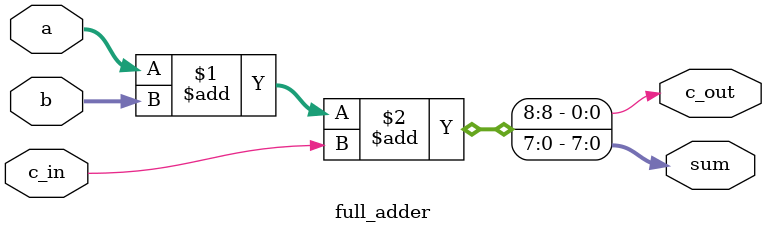
<source format=v>
`default_nettype none
`timescale 1ns/1ns

module full_adder(
  input [7:0] a,
  input [7:0] b,
  input c_in,

  output [7:0] sum,
  output c_out
);

  assign {c_out, sum} = a + b + c_in;

endmodule

</source>
